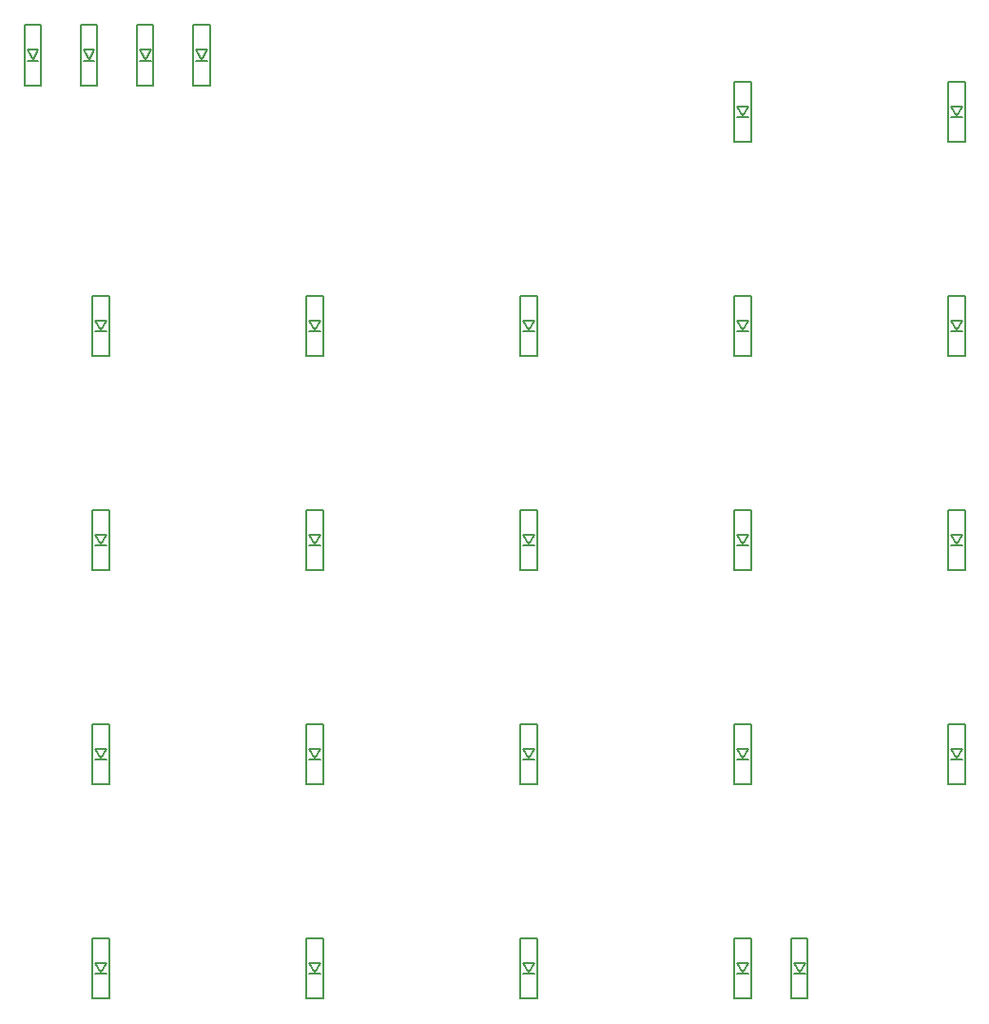
<source format=gbr>
%TF.GenerationSoftware,KiCad,Pcbnew,(5.1.9)-1*%
%TF.CreationDate,2021-02-13T13:30:33+09:00*%
%TF.ProjectId,yuiop22rs,7975696f-7032-4327-9273-2e6b69636164,1*%
%TF.SameCoordinates,Original*%
%TF.FileFunction,Legend,Bot*%
%TF.FilePolarity,Positive*%
%FSLAX46Y46*%
G04 Gerber Fmt 4.6, Leading zero omitted, Abs format (unit mm)*
G04 Created by KiCad (PCBNEW (5.1.9)-1) date 2021-02-13 13:30:33*
%MOMM*%
%LPD*%
G01*
G04 APERTURE LIST*
%ADD10C,0.150000*%
G04 APERTURE END LIST*
D10*
%TO.C,D1*%
X122925000Y-67225000D02*
X122925000Y-61825000D01*
X124175000Y-64025000D02*
X123175000Y-64025000D01*
X123175000Y-64025000D02*
X123675000Y-64925000D01*
X124425000Y-61825000D02*
X124425000Y-67225000D01*
X123675000Y-64925000D02*
X124175000Y-64025000D01*
X124425000Y-61825000D02*
X122925000Y-61825000D01*
X124175000Y-65025000D02*
X123175000Y-65025000D01*
X124425000Y-67225000D02*
X122925000Y-67225000D01*
%TO.C,D2*%
X143475000Y-67225000D02*
X141975000Y-67225000D01*
X143225000Y-65025000D02*
X142225000Y-65025000D01*
X143475000Y-61825000D02*
X141975000Y-61825000D01*
X142725000Y-64925000D02*
X143225000Y-64025000D01*
X143475000Y-61825000D02*
X143475000Y-67225000D01*
X142225000Y-64025000D02*
X142725000Y-64925000D01*
X143225000Y-64025000D02*
X142225000Y-64025000D01*
X141975000Y-67225000D02*
X141975000Y-61825000D01*
%TO.C,D3*%
X67275000Y-86275000D02*
X65775000Y-86275000D01*
X67025000Y-84075000D02*
X66025000Y-84075000D01*
X67275000Y-80875000D02*
X65775000Y-80875000D01*
X66525000Y-83975000D02*
X67025000Y-83075000D01*
X67275000Y-80875000D02*
X67275000Y-86275000D01*
X66025000Y-83075000D02*
X66525000Y-83975000D01*
X67025000Y-83075000D02*
X66025000Y-83075000D01*
X65775000Y-86275000D02*
X65775000Y-80875000D01*
%TO.C,D4*%
X84825000Y-86275000D02*
X84825000Y-80875000D01*
X86075000Y-83075000D02*
X85075000Y-83075000D01*
X85075000Y-83075000D02*
X85575000Y-83975000D01*
X86325000Y-80875000D02*
X86325000Y-86275000D01*
X85575000Y-83975000D02*
X86075000Y-83075000D01*
X86325000Y-80875000D02*
X84825000Y-80875000D01*
X86075000Y-84075000D02*
X85075000Y-84075000D01*
X86325000Y-86275000D02*
X84825000Y-86275000D01*
%TO.C,D5*%
X105375000Y-86275000D02*
X103875000Y-86275000D01*
X105125000Y-84075000D02*
X104125000Y-84075000D01*
X105375000Y-80875000D02*
X103875000Y-80875000D01*
X104625000Y-83975000D02*
X105125000Y-83075000D01*
X105375000Y-80875000D02*
X105375000Y-86275000D01*
X104125000Y-83075000D02*
X104625000Y-83975000D01*
X105125000Y-83075000D02*
X104125000Y-83075000D01*
X103875000Y-86275000D02*
X103875000Y-80875000D01*
%TO.C,D6*%
X122925000Y-86275000D02*
X122925000Y-80875000D01*
X124175000Y-83075000D02*
X123175000Y-83075000D01*
X123175000Y-83075000D02*
X123675000Y-83975000D01*
X124425000Y-80875000D02*
X124425000Y-86275000D01*
X123675000Y-83975000D02*
X124175000Y-83075000D01*
X124425000Y-80875000D02*
X122925000Y-80875000D01*
X124175000Y-84075000D02*
X123175000Y-84075000D01*
X124425000Y-86275000D02*
X122925000Y-86275000D01*
%TO.C,D7*%
X143475000Y-86275000D02*
X141975000Y-86275000D01*
X143225000Y-84075000D02*
X142225000Y-84075000D01*
X143475000Y-80875000D02*
X141975000Y-80875000D01*
X142725000Y-83975000D02*
X143225000Y-83075000D01*
X143475000Y-80875000D02*
X143475000Y-86275000D01*
X142225000Y-83075000D02*
X142725000Y-83975000D01*
X143225000Y-83075000D02*
X142225000Y-83075000D01*
X141975000Y-86275000D02*
X141975000Y-80875000D01*
%TO.C,D8*%
X65775000Y-105325000D02*
X65775000Y-99925000D01*
X67025000Y-102125000D02*
X66025000Y-102125000D01*
X66025000Y-102125000D02*
X66525000Y-103025000D01*
X67275000Y-99925000D02*
X67275000Y-105325000D01*
X66525000Y-103025000D02*
X67025000Y-102125000D01*
X67275000Y-99925000D02*
X65775000Y-99925000D01*
X67025000Y-103125000D02*
X66025000Y-103125000D01*
X67275000Y-105325000D02*
X65775000Y-105325000D01*
%TO.C,D9*%
X86325000Y-105325000D02*
X84825000Y-105325000D01*
X86075000Y-103125000D02*
X85075000Y-103125000D01*
X86325000Y-99925000D02*
X84825000Y-99925000D01*
X85575000Y-103025000D02*
X86075000Y-102125000D01*
X86325000Y-99925000D02*
X86325000Y-105325000D01*
X85075000Y-102125000D02*
X85575000Y-103025000D01*
X86075000Y-102125000D02*
X85075000Y-102125000D01*
X84825000Y-105325000D02*
X84825000Y-99925000D01*
%TO.C,D10*%
X103875000Y-105325000D02*
X103875000Y-99925000D01*
X105125000Y-102125000D02*
X104125000Y-102125000D01*
X104125000Y-102125000D02*
X104625000Y-103025000D01*
X105375000Y-99925000D02*
X105375000Y-105325000D01*
X104625000Y-103025000D02*
X105125000Y-102125000D01*
X105375000Y-99925000D02*
X103875000Y-99925000D01*
X105125000Y-103125000D02*
X104125000Y-103125000D01*
X105375000Y-105325000D02*
X103875000Y-105325000D01*
%TO.C,D11*%
X124425000Y-105325000D02*
X122925000Y-105325000D01*
X124175000Y-103125000D02*
X123175000Y-103125000D01*
X124425000Y-99925000D02*
X122925000Y-99925000D01*
X123675000Y-103025000D02*
X124175000Y-102125000D01*
X124425000Y-99925000D02*
X124425000Y-105325000D01*
X123175000Y-102125000D02*
X123675000Y-103025000D01*
X124175000Y-102125000D02*
X123175000Y-102125000D01*
X122925000Y-105325000D02*
X122925000Y-99925000D01*
%TO.C,D12*%
X141975000Y-105325000D02*
X141975000Y-99925000D01*
X143225000Y-102125000D02*
X142225000Y-102125000D01*
X142225000Y-102125000D02*
X142725000Y-103025000D01*
X143475000Y-99925000D02*
X143475000Y-105325000D01*
X142725000Y-103025000D02*
X143225000Y-102125000D01*
X143475000Y-99925000D02*
X141975000Y-99925000D01*
X143225000Y-103125000D02*
X142225000Y-103125000D01*
X143475000Y-105325000D02*
X141975000Y-105325000D01*
%TO.C,D13*%
X65775000Y-124375000D02*
X65775000Y-118975000D01*
X67025000Y-121175000D02*
X66025000Y-121175000D01*
X66025000Y-121175000D02*
X66525000Y-122075000D01*
X67275000Y-118975000D02*
X67275000Y-124375000D01*
X66525000Y-122075000D02*
X67025000Y-121175000D01*
X67275000Y-118975000D02*
X65775000Y-118975000D01*
X67025000Y-122175000D02*
X66025000Y-122175000D01*
X67275000Y-124375000D02*
X65775000Y-124375000D01*
%TO.C,D14*%
X86325000Y-124375000D02*
X84825000Y-124375000D01*
X86075000Y-122175000D02*
X85075000Y-122175000D01*
X86325000Y-118975000D02*
X84825000Y-118975000D01*
X85575000Y-122075000D02*
X86075000Y-121175000D01*
X86325000Y-118975000D02*
X86325000Y-124375000D01*
X85075000Y-121175000D02*
X85575000Y-122075000D01*
X86075000Y-121175000D02*
X85075000Y-121175000D01*
X84825000Y-124375000D02*
X84825000Y-118975000D01*
%TO.C,D15*%
X103875000Y-124375000D02*
X103875000Y-118975000D01*
X105125000Y-121175000D02*
X104125000Y-121175000D01*
X104125000Y-121175000D02*
X104625000Y-122075000D01*
X105375000Y-118975000D02*
X105375000Y-124375000D01*
X104625000Y-122075000D02*
X105125000Y-121175000D01*
X105375000Y-118975000D02*
X103875000Y-118975000D01*
X105125000Y-122175000D02*
X104125000Y-122175000D01*
X105375000Y-124375000D02*
X103875000Y-124375000D01*
%TO.C,D16*%
X124425000Y-124375000D02*
X122925000Y-124375000D01*
X124175000Y-122175000D02*
X123175000Y-122175000D01*
X124425000Y-118975000D02*
X122925000Y-118975000D01*
X123675000Y-122075000D02*
X124175000Y-121175000D01*
X124425000Y-118975000D02*
X124425000Y-124375000D01*
X123175000Y-121175000D02*
X123675000Y-122075000D01*
X124175000Y-121175000D02*
X123175000Y-121175000D01*
X122925000Y-124375000D02*
X122925000Y-118975000D01*
%TO.C,D17*%
X143475000Y-124375000D02*
X141975000Y-124375000D01*
X143225000Y-122175000D02*
X142225000Y-122175000D01*
X143475000Y-118975000D02*
X141975000Y-118975000D01*
X142725000Y-122075000D02*
X143225000Y-121175000D01*
X143475000Y-118975000D02*
X143475000Y-124375000D01*
X142225000Y-121175000D02*
X142725000Y-122075000D01*
X143225000Y-121175000D02*
X142225000Y-121175000D01*
X141975000Y-124375000D02*
X141975000Y-118975000D01*
%TO.C,D18*%
X65775000Y-143425000D02*
X65775000Y-138025000D01*
X67025000Y-140225000D02*
X66025000Y-140225000D01*
X66025000Y-140225000D02*
X66525000Y-141125000D01*
X67275000Y-138025000D02*
X67275000Y-143425000D01*
X66525000Y-141125000D02*
X67025000Y-140225000D01*
X67275000Y-138025000D02*
X65775000Y-138025000D01*
X67025000Y-141225000D02*
X66025000Y-141225000D01*
X67275000Y-143425000D02*
X65775000Y-143425000D01*
%TO.C,D19*%
X86325000Y-143425000D02*
X84825000Y-143425000D01*
X86075000Y-141225000D02*
X85075000Y-141225000D01*
X86325000Y-138025000D02*
X84825000Y-138025000D01*
X85575000Y-141125000D02*
X86075000Y-140225000D01*
X86325000Y-138025000D02*
X86325000Y-143425000D01*
X85075000Y-140225000D02*
X85575000Y-141125000D01*
X86075000Y-140225000D02*
X85075000Y-140225000D01*
X84825000Y-143425000D02*
X84825000Y-138025000D01*
%TO.C,D20*%
X103875000Y-143425000D02*
X103875000Y-138025000D01*
X105125000Y-140225000D02*
X104125000Y-140225000D01*
X104125000Y-140225000D02*
X104625000Y-141125000D01*
X105375000Y-138025000D02*
X105375000Y-143425000D01*
X104625000Y-141125000D02*
X105125000Y-140225000D01*
X105375000Y-138025000D02*
X103875000Y-138025000D01*
X105125000Y-141225000D02*
X104125000Y-141225000D01*
X105375000Y-143425000D02*
X103875000Y-143425000D01*
%TO.C,D21*%
X122925000Y-143425000D02*
X122925000Y-138025000D01*
X124175000Y-140225000D02*
X123175000Y-140225000D01*
X123175000Y-140225000D02*
X123675000Y-141125000D01*
X124425000Y-138025000D02*
X124425000Y-143425000D01*
X123675000Y-141125000D02*
X124175000Y-140225000D01*
X124425000Y-138025000D02*
X122925000Y-138025000D01*
X124175000Y-141225000D02*
X123175000Y-141225000D01*
X124425000Y-143425000D02*
X122925000Y-143425000D01*
%TO.C,D22*%
X129500000Y-143425000D02*
X128000000Y-143425000D01*
X129250000Y-141225000D02*
X128250000Y-141225000D01*
X129500000Y-138025000D02*
X128000000Y-138025000D01*
X128750000Y-141125000D02*
X129250000Y-140225000D01*
X129500000Y-138025000D02*
X129500000Y-143425000D01*
X128250000Y-140225000D02*
X128750000Y-141125000D01*
X129250000Y-140225000D02*
X128250000Y-140225000D01*
X128000000Y-143425000D02*
X128000000Y-138025000D01*
%TO.C,D23*%
X59750000Y-62200000D02*
X59750000Y-56800000D01*
X61000000Y-59000000D02*
X60000000Y-59000000D01*
X60000000Y-59000000D02*
X60500000Y-59900000D01*
X61250000Y-56800000D02*
X61250000Y-62200000D01*
X60500000Y-59900000D02*
X61000000Y-59000000D01*
X61250000Y-56800000D02*
X59750000Y-56800000D01*
X61000000Y-60000000D02*
X60000000Y-60000000D01*
X61250000Y-62200000D02*
X59750000Y-62200000D01*
%TO.C,D24*%
X66250000Y-62200000D02*
X64750000Y-62200000D01*
X66000000Y-60000000D02*
X65000000Y-60000000D01*
X66250000Y-56800000D02*
X64750000Y-56800000D01*
X65500000Y-59900000D02*
X66000000Y-59000000D01*
X66250000Y-56800000D02*
X66250000Y-62200000D01*
X65000000Y-59000000D02*
X65500000Y-59900000D01*
X66000000Y-59000000D02*
X65000000Y-59000000D01*
X64750000Y-62200000D02*
X64750000Y-56800000D01*
%TO.C,D25*%
X69750000Y-62200000D02*
X69750000Y-56800000D01*
X71000000Y-59000000D02*
X70000000Y-59000000D01*
X70000000Y-59000000D02*
X70500000Y-59900000D01*
X71250000Y-56800000D02*
X71250000Y-62200000D01*
X70500000Y-59900000D02*
X71000000Y-59000000D01*
X71250000Y-56800000D02*
X69750000Y-56800000D01*
X71000000Y-60000000D02*
X70000000Y-60000000D01*
X71250000Y-62200000D02*
X69750000Y-62200000D01*
%TO.C,D26*%
X76250000Y-62200000D02*
X74750000Y-62200000D01*
X76000000Y-60000000D02*
X75000000Y-60000000D01*
X76250000Y-56800000D02*
X74750000Y-56800000D01*
X75500000Y-59900000D02*
X76000000Y-59000000D01*
X76250000Y-56800000D02*
X76250000Y-62200000D01*
X75000000Y-59000000D02*
X75500000Y-59900000D01*
X76000000Y-59000000D02*
X75000000Y-59000000D01*
X74750000Y-62200000D02*
X74750000Y-56800000D01*
%TD*%
M02*

</source>
